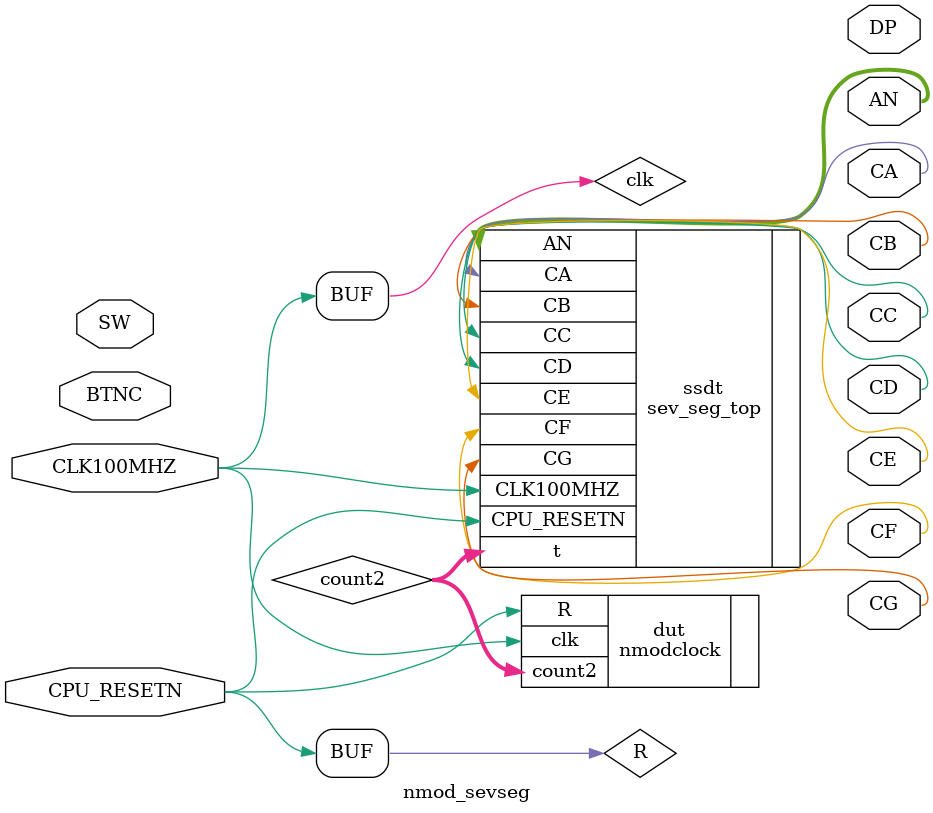
<source format=sv>
`timescale 1ns / 1ps

module nmod_sevseg(

  input wire [15:0] SW,
  input wire CLK100MHZ,    // using the same name as pin names
  input wire CPU_RESETN,
  output wire CA, CB, CC, CD, CE, CF, CG, DP,
  output wire [7:0] AN,   
  input wire BTNC
);
localparam N = 50000000;
localparam n=$clog2(N);

//wire [3:0]D1; 
//wire [3:0] sum;
//wire [3:0] x;
////wire [3:0]D2;
//wire [3:0]Q1; 
//wire [3:0]Q2;
wire [31:0] count2;
wire R,clk,sub,load;
//assign D1 = SW[3:0];
//assign x = SW[7:4];
//assign sub = SW[8];
//assign load = SW[9];
//assign D2 = SW[7:4];
assign R = CPU_RESETN;
assign clk = CLK100MHZ;


nmodclock #(.n(n), .N(N)) dut(
.R(R),
.clk(clk),
.count2(count2)
);

//Dregisterbeha dut2(
//    .D(D2),
//    .R(R),
//    .clk(clk),
//    .Q(Q2)
//);



sev_seg_top ssdt(
    .t(count2),
    .CLK100MHZ(CLK100MHZ),
    .CPU_RESETN(CPU_RESETN),
    .CA(CA),
    .CB(CB),
    .CC(CC),
    .CD(CD),
    .CE(CE),
    .CF(CF),
    .CG(CG),
    .AN(AN)
);


//initial begin 
//clk = 0;
//forever #1 clk = ~clk;
//end
//initial begin 
//R = 1;  D1 = 4'b0000; D2 = 4'b0000; #10;
//R = 1;  D1 = 4'b0001; D2 =4'b0001; #10;
//R = 1;  D1 = 4'b0010; D2 = 4'b0010; #10;
//R = 0;  D1 = 4'b1010; D2 = 4'b1010; #10;
//$finish;
//end

endmodule

</source>
